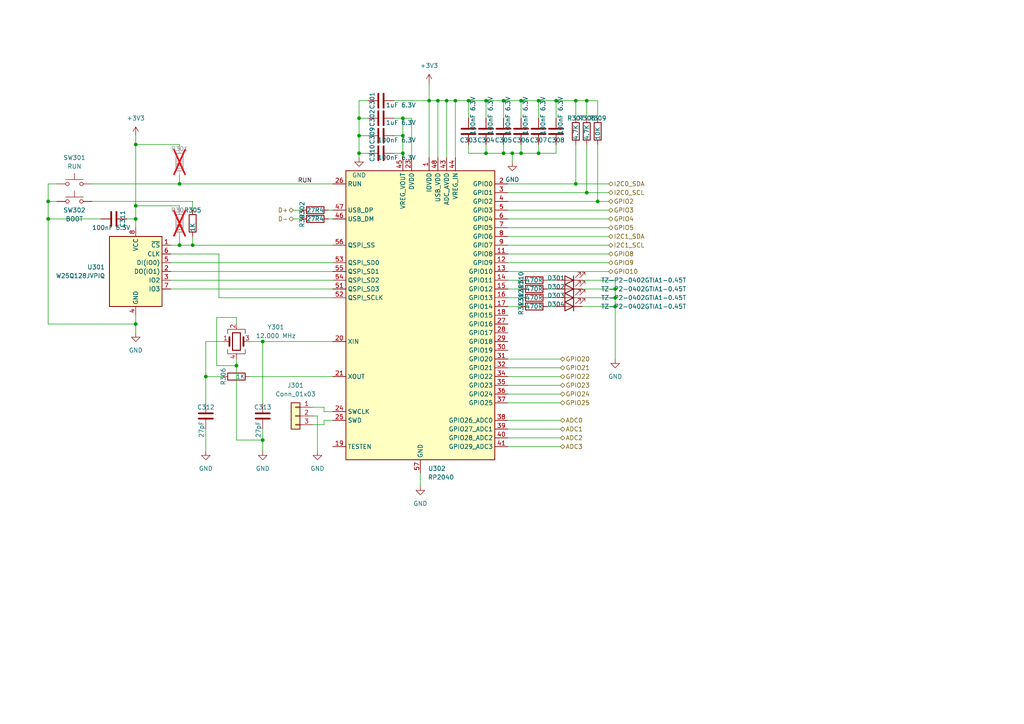
<source format=kicad_sch>
(kicad_sch (version 20230121) (generator eeschema)
  (paper "A4")
  (lib_symbols
    (symbol "Connector_Generic:Conn_01x03" (pin_names (offset 1.016) hide)
      (property "Reference" "J" (at 0 5.08 0))
      (property "Value" "Conn_01x03" (at 0 -5.08 0))
      (symbol "Conn_01x03_1_1"
        (rectangle (start -1.27 -2.413) (end 0 -2.667) (stroke (width 0.1524)))
        (rectangle (start -1.27 0.127) (end 0 -0.127) (stroke (width 0.1524)))
        (rectangle (start -1.27 2.667) (end 0 2.413) (stroke (width 0.1524)))
        (rectangle (start -1.27 3.81) (end 1.27 -3.81) (stroke (width 0.254)) (fill (type background)))
        (pin passive line (at -5.08 2.54 0) (length 3.81) (name "Pin_1") (number "1"))
        (pin passive line (at -5.08 0 0) (length 3.81) (name "Pin_2") (number "2"))
        (pin passive line (at -5.08 -2.54 0) (length 3.81) (name "Pin_3") (number "3"))
      )
    )
    (symbol "Device:C" (pin_numbers hide) (pin_names (offset 0.254))
      (property "Reference" "C" (at 0.635 2.54 0))
      (property "Value" "C" (at 0.635 -2.54 0))
      (symbol "C_0_1"
        (polyline (pts (xy -2.032 -0.762) (xy 2.032 -0.762)) (stroke (width 0.508)))
        (polyline (pts (xy -2.032 0.762) (xy 2.032 0.762)) (stroke (width 0.508)))
      )
      (symbol "C_1_1"
        (pin passive line (at 0 3.81 270) (length 2.794) (name "~") (number "1"))
        (pin passive line (at 0 -3.81 90) (length 2.794) (name "~") (number "2"))
      )
    )
    (symbol "Device:Crystal_GND24" (pin_names (offset 1.016) hide)
      (property "Reference" "Y" (at 3.175 5.08 0))
      (property "Value" "Crystal_GND24" (at 3.175 3.175 0))
      (symbol "Crystal_GND24_0_1"
        (rectangle (start -1.143 2.54) (end 1.143 -2.54) (stroke (width 0.3048)))
        (polyline (pts (xy -2.54 0) (xy -2.032 0)))
        (polyline (pts (xy -2.032 -1.27) (xy -2.032 1.27)) (stroke (width 0.508)))
        (polyline (pts (xy 0 -3.81) (xy 0 -3.556)))
        (polyline (pts (xy 0 3.556) (xy 0 3.81)))
        (polyline (pts (xy 2.032 -1.27) (xy 2.032 1.27)) (stroke (width 0.508)))
        (polyline (pts (xy 2.032 0) (xy 2.54 0)))
        (polyline (pts (xy -2.54 -2.286) (xy -2.54 -3.556) (xy 2.54 -3.556) (xy 2.54 -2.286)))
        (polyline (pts (xy -2.54 2.286) (xy -2.54 3.556) (xy 2.54 3.556) (xy 2.54 2.286)))
      )
      (symbol "Crystal_GND24_1_1"
        (pin passive line (at -3.81 0 0) (length 1.27) (name "1") (number "1"))
        (pin passive line (at 0 5.08 270) (length 1.27) (name "2") (number "2"))
        (pin passive line (at 3.81 0 180) (length 1.27) (name "3") (number "3"))
        (pin passive line (at 0 -5.08 90) (length 1.27) (name "4") (number "4"))
      )
    )
    (symbol "Device:LED" (pin_numbers hide) (pin_names (offset 1.016) hide)
      (property "Reference" "D" (at 0 2.54 0))
      (property "Value" "LED" (at 0 -2.54 0))
      (symbol "LED_0_1"
        (polyline (pts (xy -1.27 -1.27) (xy -1.27 1.27)) (stroke (width 0.254)))
        (polyline (pts (xy -1.27 0) (xy 1.27 0)))
        (polyline (pts (xy 1.27 -1.27) (xy 1.27 1.27) (xy -1.27 0) (xy 1.27 -1.27)) (stroke (width 0.254)))
        (polyline (pts (xy -3.048 -0.762) (xy -4.572 -2.286) (xy -3.81 -2.286) (xy -4.572 -2.286) (xy -4.572 -1.524)))
        (polyline (pts (xy -1.778 -0.762) (xy -3.302 -2.286) (xy -2.54 -2.286) (xy -3.302 -2.286) (xy -3.302 -1.524)))
      )
      (symbol "LED_1_1"
        (pin passive line (at -3.81 0 0) (length 2.54) (name "K") (number "1"))
        (pin passive line (at 3.81 0 180) (length 2.54) (name "A") (number "2"))
      )
    )
    (symbol "Device:R" (pin_numbers hide) (pin_names (offset 0))
      (property "Reference" "R" (at 2.032 0 90))
      (property "Value" "R" (at 0 0 90))
      (symbol "R_0_1"
        (rectangle (start -1.016 -2.54) (end 1.016 2.54) (stroke (width 0.254)))
      )
      (symbol "R_1_1"
        (pin passive line (at 0 3.81 270) (length 1.27) (name "~") (number "1"))
        (pin passive line (at 0 -3.81 90) (length 1.27) (name "~") (number "2"))
      )
    )
    (symbol "MCU_RaspberryPi:RP2040"
      (property "Reference" "U" (at 17.78 45.72 0))
      (property "Value" "RP2040" (at 17.78 43.18 0))
      (symbol "RP2040_0_1"
        (rectangle (start -21.59 41.91) (end 21.59 -41.91) (stroke (width 0.254)) (fill (type background)))
      )
      (symbol "RP2040_1_1"
        (pin power_in line (at 2.54 45.72 270) (length 3.81) (name "IOVDD") (number "1"))
        (pin passive line (at 2.54 45.72 270) (length 3.81) hide (name "IOVDD") (number "10"))
        (pin bidirectional line (at 25.4 17.78 180) (length 3.81) (name "GPIO8") (number "11"))
        (pin bidirectional line (at 25.4 15.24 180) (length 3.81) (name "GPIO9") (number "12"))
        (pin bidirectional line (at 25.4 12.7 180) (length 3.81) (name "GPIO10") (number "13"))
        (pin bidirectional line (at 25.4 10.16 180) (length 3.81) (name "GPIO11") (number "14"))
        (pin bidirectional line (at 25.4 7.62 180) (length 3.81) (name "GPIO12") (number "15"))
        (pin bidirectional line (at 25.4 5.08 180) (length 3.81) (name "GPIO13") (number "16"))
        (pin bidirectional line (at 25.4 2.54 180) (length 3.81) (name "GPIO14") (number "17"))
        (pin bidirectional line (at 25.4 0 180) (length 3.81) (name "GPIO15") (number "18"))
        (pin input line (at -25.4 -38.1 0) (length 3.81) (name "TESTEN") (number "19"))
        (pin bidirectional line (at 25.4 38.1 180) (length 3.81) (name "GPIO0") (number "2"))
        (pin input line (at -25.4 -7.62 0) (length 3.81) (name "XIN") (number "20"))
        (pin passive line (at -25.4 -17.78 0) (length 3.81) (name "XOUT") (number "21"))
        (pin passive line (at 2.54 45.72 270) (length 3.81) hide (name "IOVDD") (number "22"))
        (pin power_in line (at -2.54 45.72 270) (length 3.81) (name "DVDD") (number "23"))
        (pin input line (at -25.4 -27.94 0) (length 3.81) (name "SWCLK") (number "24"))
        (pin bidirectional line (at -25.4 -30.48 0) (length 3.81) (name "SWD") (number "25"))
        (pin input line (at -25.4 38.1 0) (length 3.81) (name "RUN") (number "26"))
        (pin bidirectional line (at 25.4 -2.54 180) (length 3.81) (name "GPIO16") (number "27"))
        (pin bidirectional line (at 25.4 -5.08 180) (length 3.81) (name "GPIO17") (number "28"))
        (pin bidirectional line (at 25.4 -7.62 180) (length 3.81) (name "GPIO18") (number "29"))
        (pin bidirectional line (at 25.4 35.56 180) (length 3.81) (name "GPIO1") (number "3"))
        (pin bidirectional line (at 25.4 -10.16 180) (length 3.81) (name "GPIO19") (number "30"))
        (pin bidirectional line (at 25.4 -12.7 180) (length 3.81) (name "GPIO20") (number "31"))
        (pin bidirectional line (at 25.4 -15.24 180) (length 3.81) (name "GPIO21") (number "32"))
        (pin passive line (at 2.54 45.72 270) (length 3.81) hide (name "IOVDD") (number "33"))
        (pin bidirectional line (at 25.4 -17.78 180) (length 3.81) (name "GPIO22") (number "34"))
        (pin bidirectional line (at 25.4 -20.32 180) (length 3.81) (name "GPIO23") (number "35"))
        (pin bidirectional line (at 25.4 -22.86 180) (length 3.81) (name "GPIO24") (number "36"))
        (pin bidirectional line (at 25.4 -25.4 180) (length 3.81) (name "GPIO25") (number "37"))
        (pin bidirectional line (at 25.4 -30.48 180) (length 3.81) (name "GPIO26_ADC0") (number "38"))
        (pin bidirectional line (at 25.4 -33.02 180) (length 3.81) (name "GPIO27_ADC1") (number "39"))
        (pin bidirectional line (at 25.4 33.02 180) (length 3.81) (name "GPIO2") (number "4"))
        (pin bidirectional line (at 25.4 -35.56 180) (length 3.81) (name "GPIO28_ADC2") (number "40"))
        (pin bidirectional line (at 25.4 -38.1 180) (length 3.81) (name "GPIO29_ADC3") (number "41"))
        (pin passive line (at 2.54 45.72 270) (length 3.81) hide (name "IOVDD") (number "42"))
        (pin power_in line (at 7.62 45.72 270) (length 3.81) (name "ADC_AVDD") (number "43"))
        (pin power_in line (at 10.16 45.72 270) (length 3.81) (name "VREG_IN") (number "44"))
        (pin power_out line (at -5.08 45.72 270) (length 3.81) (name "VREG_VOUT") (number "45"))
        (pin bidirectional line (at -25.4 27.94 0) (length 3.81) (name "USB_DM") (number "46"))
        (pin bidirectional line (at -25.4 30.48 0) (length 3.81) (name "USB_DP") (number "47"))
        (pin power_in line (at 5.08 45.72 270) (length 3.81) (name "USB_VDD") (number "48"))
        (pin passive line (at 2.54 45.72 270) (length 3.81) hide (name "IOVDD") (number "49"))
        (pin bidirectional line (at 25.4 30.48 180) (length 3.81) (name "GPIO3") (number "5"))
        (pin passive line (at -2.54 45.72 270) (length 3.81) hide (name "DVDD") (number "50"))
        (pin bidirectional line (at -25.4 7.62 0) (length 3.81) (name "QSPI_SD3") (number "51"))
        (pin output line (at -25.4 5.08 0) (length 3.81) (name "QSPI_SCLK") (number "52"))
        (pin bidirectional line (at -25.4 15.24 0) (length 3.81) (name "QSPI_SD0") (number "53"))
        (pin bidirectional line (at -25.4 10.16 0) (length 3.81) (name "QSPI_SD2") (number "54"))
        (pin bidirectional line (at -25.4 12.7 0) (length 3.81) (name "QSPI_SD1") (number "55"))
        (pin bidirectional line (at -25.4 20.32 0) (length 3.81) (name "QSPI_SS") (number "56"))
        (pin power_in line (at 0 -45.72 90) (length 3.81) (name "GND") (number "57"))
        (pin bidirectional line (at 25.4 27.94 180) (length 3.81) (name "GPIO4") (number "6"))
        (pin bidirectional line (at 25.4 25.4 180) (length 3.81) (name "GPIO5") (number "7"))
        (pin bidirectional line (at 25.4 22.86 180) (length 3.81) (name "GPIO6") (number "8"))
        (pin bidirectional line (at 25.4 20.32 180) (length 3.81) (name "GPIO7") (number "9"))
      )
    )
    (symbol "Memory_Flash:W25Q128JVS"
      (property "Reference" "U" (at -8.89 8.89 0))
      (property "Value" "W25Q128JVS" (at 7.62 8.89 0))
      (symbol "W25Q128JVS_0_1"
        (rectangle (start -7.62 10.16) (end 7.62 -10.16) (stroke (width 0.254)) (fill (type background)))
      )
      (symbol "W25Q128JVS_1_1"
        (pin input line (at -10.16 7.62 0) (length 2.54) (name "~{CS}") (number "1"))
        (pin bidirectional line (at -10.16 0 0) (length 2.54) (name "DO(IO1)") (number "2"))
        (pin bidirectional line (at -10.16 -2.54 0) (length 2.54) (name "IO2") (number "3"))
        (pin power_in line (at 0 -12.7 90) (length 2.54) (name "GND") (number "4"))
        (pin bidirectional line (at -10.16 2.54 0) (length 2.54) (name "DI(IO0)") (number "5"))
        (pin input line (at -10.16 5.08 0) (length 2.54) (name "CLK") (number "6"))
        (pin bidirectional line (at -10.16 -5.08 0) (length 2.54) (name "IO3") (number "7"))
        (pin power_in line (at 0 12.7 270) (length 2.54) (name "VCC") (number "8"))
      )
    )
    (symbol "Switch:SW_Push" (pin_numbers hide) (pin_names (offset 1.016) hide)
      (property "Reference" "SW" (at 1.27 2.54 0))
      (property "Value" "SW_Push" (at 0 -1.524 0))
      (symbol "SW_Push_0_1"
        (circle (center -2.032 0) (radius 0.508))
        (polyline (pts (xy 0 1.27) (xy 0 3.048)))
        (polyline (pts (xy 2.54 1.27) (xy -2.54 1.27)))
        (circle (center 2.032 0) (radius 0.508))
        (pin passive line (at -5.08 0 0) (length 2.54) (name "1") (number "1"))
        (pin passive line (at 5.08 0 180) (length 2.54) (name "2") (number "2"))
      )
    )
    (symbol "power:+3V3" (power) (pin_names (offset 0))
      (property "Value" "+3V3" (at 0 3.556 0))
      (symbol "+3V3_0_1"
        (polyline (pts (xy -0.762 1.27) (xy 0 2.54)))
        (polyline (pts (xy 0 0) (xy 0 2.54)))
        (polyline (pts (xy 0 2.54) (xy 0.762 1.27)))
      )
      (symbol "+3V3_1_1"
        (pin power_in line (at 0 0 90) (length 0) hide (name "+3V3") (number "1"))
      )
    )
    (symbol "power:GND" (power) (pin_names (offset 0))
      (property "Value" "GND" (at 0 -3.81 0))
      (symbol "GND_0_1"
        (polyline (pts (xy 0 0) (xy 0 -1.27) (xy 1.27 -1.27) (xy 0 -2.54) (xy -1.27 -1.27) (xy 0 -1.27)))
      )
      (symbol "GND_1_1"
        (pin power_in line (at 0 0 270) (length 0) hide (name "GND") (number "1"))
      )
    )
  )
  (junction (at 13.97 58.42))
  (junction (at 156.21 29.21))
  (junction (at 116.84 34.29))
  (junction (at 146.05 29.21))
  (junction (at 140.97 44.45))
  (junction (at 167.005 53.34))
  (junction (at 116.84 44.45))
  (junction (at 52.07 71.12))
  (junction (at 59.69 109.22))
  (junction (at 132.08 29.21))
  (junction (at 129.54 29.21))
  (junction (at 116.84 39.37))
  (junction (at 39.37 93.98))
  (junction (at 76.2 127.635))
  (junction (at 178.435 86.36))
  (junction (at 104.14 44.45))
  (junction (at 148.59 44.45))
  (junction (at 178.435 88.9))
  (junction (at 55.88 71.12))
  (junction (at 68.58 106.045))
  (junction (at 124.46 29.21))
  (junction (at 140.97 29.21))
  (junction (at 170.18 29.21))
  (junction (at 156.21 44.45))
  (junction (at 13.97 63.5))
  (junction (at 104.14 34.29))
  (junction (at 151.13 44.45))
  (junction (at 39.37 59.69))
  (junction (at 151.13 29.21))
  (junction (at 76.2 99.06))
  (junction (at 167.005 29.21))
  (junction (at 39.37 41.91))
  (junction (at 127 29.21))
  (junction (at 52.07 53.34))
  (junction (at 135.89 29.21))
  (junction (at 146.05 44.45))
  (junction (at 178.435 83.82))
  (junction (at 170.18 55.88))
  (junction (at 104.14 39.37))
  (junction (at 39.37 63.5))
  (junction (at 173.355 58.42))
  (junction (at 161.29 29.21))
  (wire (pts (xy 140.97 29.21) (xy 146.05 29.21)))
  (wire (pts (xy 104.14 34.29) (xy 104.14 39.37)))
  (wire (pts (xy 129.54 29.21) (xy 127 29.21)))
  (wire (pts (xy 59.69 124.46) (xy 59.69 130.81)))
  (wire (pts (xy 168.91 81.28) (xy 178.435 81.28)))
  (wire (pts (xy 132.08 29.21) (xy 129.54 29.21)))
  (wire (pts (xy 55.88 71.12) (xy 96.52 71.12)))
  (wire (pts (xy 147.32 53.34) (xy 167.005 53.34)))
  (wire (pts (xy 52.07 60.96) (xy 52.07 59.69)))
  (wire (pts (xy 158.75 81.28) (xy 161.29 81.28)))
  (wire (pts (xy 147.32 129.54) (xy 162.56 129.54)))
  (wire (pts (xy 178.435 88.9) (xy 178.435 104.14)))
  (wire (pts (xy 116.84 44.45) (xy 116.84 39.37)))
  (wire (pts (xy 151.13 41.91) (xy 151.13 44.45)))
  (wire (pts (xy 52.07 59.69) (xy 39.37 59.69)))
  (wire (pts (xy 63.5 86.36) (xy 96.52 86.36)))
  (wire (pts (xy 146.05 44.45) (xy 148.59 44.45)))
  (wire (pts (xy 93.98 123.19) (xy 90.805 123.19)))
  (wire (pts (xy 170.18 34.29) (xy 170.18 29.21)))
  (wire (pts (xy 116.84 45.72) (xy 116.84 44.45)))
  (wire (pts (xy 85.09 60.96) (xy 87.63 60.96)))
  (wire (pts (xy 104.14 29.21) (xy 104.14 34.29)))
  (wire (pts (xy 178.435 86.36) (xy 178.435 88.9)))
  (wire (pts (xy 147.32 78.74) (xy 176.53 78.74)))
  (wire (pts (xy 121.92 137.16) (xy 121.92 140.97)))
  (wire (pts (xy 147.32 73.66) (xy 176.53 73.66)))
  (wire (pts (xy 161.29 44.45) (xy 161.29 41.91)))
  (wire (pts (xy 173.355 58.42) (xy 176.53 58.42)))
  (wire (pts (xy 146.05 29.21) (xy 151.13 29.21)))
  (wire (pts (xy 93.98 118.11) (xy 93.98 119.38)))
  (wire (pts (xy 124.46 24.13) (xy 124.46 29.21)))
  (wire (pts (xy 156.21 29.21) (xy 156.21 34.29)))
  (wire (pts (xy 59.69 109.22) (xy 59.69 116.84)))
  (wire (pts (xy 147.32 76.2) (xy 176.53 76.2)))
  (wire (pts (xy 173.355 29.21) (xy 170.18 29.21)))
  (wire (pts (xy 147.32 60.96) (xy 176.53 60.96)))
  (wire (pts (xy 68.58 104.14) (xy 68.58 106.045)))
  (wire (pts (xy 135.89 41.91) (xy 135.89 44.45)))
  (wire (pts (xy 147.32 116.84) (xy 162.56 116.84)))
  (wire (pts (xy 96.52 121.92) (xy 93.98 121.92)))
  (wire (pts (xy 161.29 29.21) (xy 161.29 34.29)))
  (wire (pts (xy 49.53 71.12) (xy 52.07 71.12)))
  (wire (pts (xy 147.32 71.12) (xy 176.53 71.12)))
  (wire (pts (xy 52.07 53.34) (xy 96.52 53.34)))
  (wire (pts (xy 68.58 106.045) (xy 68.58 127.635)))
  (wire (pts (xy 63.5 73.66) (xy 63.5 86.36)))
  (wire (pts (xy 55.88 68.58) (xy 55.88 71.12)))
  (wire (pts (xy 147.32 63.5) (xy 176.53 63.5)))
  (wire (pts (xy 114.3 39.37) (xy 116.84 39.37)))
  (wire (pts (xy 49.53 76.2) (xy 96.52 76.2)))
  (wire (pts (xy 140.97 41.91) (xy 140.97 44.45)))
  (wire (pts (xy 39.37 41.91) (xy 39.37 59.69)))
  (wire (pts (xy 147.32 88.9) (xy 151.13 88.9)))
  (wire (pts (xy 85.09 63.5) (xy 87.63 63.5)))
  (wire (pts (xy 148.59 44.45) (xy 151.13 44.45)))
  (wire (pts (xy 90.805 118.11) (xy 93.98 118.11)))
  (wire (pts (xy 147.32 81.28) (xy 151.13 81.28)))
  (wire (pts (xy 167.005 34.29) (xy 167.005 29.21)))
  (wire (pts (xy 104.14 44.45) (xy 104.14 45.72)))
  (wire (pts (xy 146.05 29.21) (xy 146.05 34.29)))
  (wire (pts (xy 129.54 29.21) (xy 129.54 45.72)))
  (wire (pts (xy 147.32 114.3) (xy 162.56 114.3)))
  (wire (pts (xy 62.865 106.045) (xy 68.58 106.045)))
  (wire (pts (xy 52.07 68.58) (xy 52.07 71.12)))
  (wire (pts (xy 147.32 109.22) (xy 162.56 109.22)))
  (wire (pts (xy 168.91 88.9) (xy 178.435 88.9)))
  (wire (pts (xy 173.355 41.91) (xy 173.355 58.42)))
  (wire (pts (xy 93.98 119.38) (xy 96.52 119.38)))
  (wire (pts (xy 76.2 127.635) (xy 76.2 130.81)))
  (wire (pts (xy 116.84 39.37) (xy 116.84 34.29)))
  (wire (pts (xy 106.68 29.21) (xy 104.14 29.21)))
  (wire (pts (xy 135.89 29.21) (xy 140.97 29.21)))
  (wire (pts (xy 156.21 44.45) (xy 161.29 44.45)))
  (wire (pts (xy 52.07 43.18) (xy 52.07 41.91)))
  (wire (pts (xy 156.21 29.21) (xy 161.29 29.21)))
  (wire (pts (xy 26.67 53.34) (xy 52.07 53.34)))
  (wire (pts (xy 167.005 53.34) (xy 176.53 53.34)))
  (wire (pts (xy 52.07 50.8) (xy 52.07 53.34)))
  (wire (pts (xy 64.77 109.22) (xy 59.69 109.22)))
  (wire (pts (xy 146.05 41.91) (xy 146.05 44.45)))
  (wire (pts (xy 151.13 44.45) (xy 156.21 44.45)))
  (wire (pts (xy 13.97 58.42) (xy 16.51 58.42)))
  (wire (pts (xy 52.07 71.12) (xy 55.88 71.12)))
  (wire (pts (xy 178.435 81.28) (xy 178.435 83.82)))
  (wire (pts (xy 13.97 93.98) (xy 39.37 93.98)))
  (wire (pts (xy 68.58 127.635) (xy 76.2 127.635)))
  (wire (pts (xy 167.005 41.91) (xy 167.005 53.34)))
  (wire (pts (xy 147.32 106.68) (xy 162.56 106.68)))
  (wire (pts (xy 135.89 29.21) (xy 135.89 34.29)))
  (wire (pts (xy 68.58 92.075) (xy 62.865 92.075)))
  (wire (pts (xy 39.37 59.69) (xy 39.37 63.5)))
  (wire (pts (xy 49.53 83.82) (xy 96.52 83.82)))
  (wire (pts (xy 49.53 73.66) (xy 63.5 73.66)))
  (wire (pts (xy 132.08 45.72) (xy 132.08 29.21)))
  (wire (pts (xy 147.32 127) (xy 162.56 127)))
  (wire (pts (xy 26.67 58.42) (xy 55.88 58.42)))
  (wire (pts (xy 147.32 58.42) (xy 173.355 58.42)))
  (wire (pts (xy 168.91 83.82) (xy 178.435 83.82)))
  (wire (pts (xy 178.435 83.82) (xy 178.435 86.36)))
  (wire (pts (xy 92.075 120.65) (xy 92.075 130.81)))
  (wire (pts (xy 147.32 66.04) (xy 176.53 66.04)))
  (wire (pts (xy 90.805 120.65) (xy 92.075 120.65)))
  (wire (pts (xy 39.37 63.5) (xy 39.37 66.04)))
  (wire (pts (xy 170.18 29.21) (xy 167.005 29.21)))
  (wire (pts (xy 147.32 121.92) (xy 162.56 121.92)))
  (wire (pts (xy 124.46 29.21) (xy 124.46 45.72)))
  (wire (pts (xy 135.89 44.45) (xy 140.97 44.45)))
  (wire (pts (xy 49.53 78.74) (xy 96.52 78.74)))
  (wire (pts (xy 39.37 39.37) (xy 39.37 41.91)))
  (wire (pts (xy 95.25 60.96) (xy 96.52 60.96)))
  (wire (pts (xy 52.07 41.91) (xy 39.37 41.91)))
  (wire (pts (xy 95.25 63.5) (xy 96.52 63.5)))
  (wire (pts (xy 132.08 29.21) (xy 135.89 29.21)))
  (wire (pts (xy 49.53 81.28) (xy 96.52 81.28)))
  (wire (pts (xy 147.32 124.46) (xy 162.56 124.46)))
  (wire (pts (xy 72.39 99.06) (xy 76.2 99.06)))
  (wire (pts (xy 72.39 109.22) (xy 96.52 109.22)))
  (wire (pts (xy 13.97 58.42) (xy 13.97 63.5)))
  (wire (pts (xy 156.21 41.91) (xy 156.21 44.45)))
  (wire (pts (xy 147.32 55.88) (xy 170.18 55.88)))
  (wire (pts (xy 104.14 34.29) (xy 106.68 34.29)))
  (wire (pts (xy 62.865 92.075) (xy 62.865 106.045)))
  (wire (pts (xy 114.3 34.29) (xy 116.84 34.29)))
  (wire (pts (xy 147.32 86.36) (xy 151.13 86.36)))
  (wire (pts (xy 158.75 86.36) (xy 161.29 86.36)))
  (wire (pts (xy 104.14 44.45) (xy 106.68 44.45)))
  (wire (pts (xy 148.59 44.45) (xy 148.59 46.99)))
  (wire (pts (xy 147.32 104.14) (xy 162.56 104.14)))
  (wire (pts (xy 59.69 99.06) (xy 64.77 99.06)))
  (wire (pts (xy 76.2 99.06) (xy 76.2 116.84)))
  (wire (pts (xy 55.88 58.42) (xy 55.88 60.96)))
  (wire (pts (xy 140.97 29.21) (xy 140.97 34.29)))
  (wire (pts (xy 147.32 83.82) (xy 151.13 83.82)))
  (wire (pts (xy 170.18 55.88) (xy 176.53 55.88)))
  (wire (pts (xy 119.38 34.29) (xy 119.38 45.72)))
  (wire (pts (xy 127 29.21) (xy 127 45.72)))
  (wire (pts (xy 39.37 91.44) (xy 39.37 93.98)))
  (wire (pts (xy 59.69 109.22) (xy 59.69 99.06)))
  (wire (pts (xy 168.91 86.36) (xy 178.435 86.36)))
  (wire (pts (xy 158.75 88.9) (xy 161.29 88.9)))
  (wire (pts (xy 104.14 39.37) (xy 104.14 44.45)))
  (wire (pts (xy 167.005 29.21) (xy 161.29 29.21)))
  (wire (pts (xy 147.32 68.58) (xy 176.53 68.58)))
  (wire (pts (xy 68.58 93.98) (xy 68.58 92.075)))
  (wire (pts (xy 13.97 53.34) (xy 13.97 58.42)))
  (wire (pts (xy 127 29.21) (xy 124.46 29.21)))
  (wire (pts (xy 93.98 121.92) (xy 93.98 123.19)))
  (wire (pts (xy 151.13 29.21) (xy 156.21 29.21)))
  (wire (pts (xy 158.75 83.82) (xy 161.29 83.82)))
  (wire (pts (xy 114.3 29.21) (xy 124.46 29.21)))
  (wire (pts (xy 114.3 44.45) (xy 116.84 44.45)))
  (wire (pts (xy 76.2 124.46) (xy 76.2 127.635)))
  (wire (pts (xy 16.51 53.34) (xy 13.97 53.34)))
  (wire (pts (xy 116.84 34.29) (xy 119.38 34.29)))
  (wire (pts (xy 39.37 93.98) (xy 39.37 96.52)))
  (wire (pts (xy 151.13 29.21) (xy 151.13 34.29)))
  (wire (pts (xy 170.18 41.91) (xy 170.18 55.88)))
  (wire (pts (xy 36.83 63.5) (xy 39.37 63.5)))
  (wire (pts (xy 140.97 44.45) (xy 146.05 44.45)))
  (wire (pts (xy 173.355 34.29) (xy 173.355 29.21)))
  (wire (pts (xy 13.97 63.5) (xy 29.21 63.5)))
  (wire (pts (xy 13.97 63.5) (xy 13.97 93.98)))
  (wire (pts (xy 104.14 39.37) (xy 106.68 39.37)))
  (wire (pts (xy 147.32 111.76) (xy 162.56 111.76)))
  (wire (pts (xy 76.2 99.06) (xy 96.52 99.06)))
  (label "RUN" (at 86.36 53.34 0))
  (hierarchical_label "GPIO10" (shape bidirectional) (at 176.53 78.74 0))
  (hierarchical_label "GPIO4" (shape bidirectional) (at 176.53 63.5 0))
  (hierarchical_label "I2C1_SDA" (shape bidirectional) (at 176.53 68.58 0))
  (hierarchical_label "I2C0_SDA" (shape bidirectional) (at 176.53 53.34 0))
  (hierarchical_label "ADC1" (shape bidirectional) (at 162.56 124.46 0))
  (hierarchical_label "GPIO24" (shape bidirectional) (at 162.56 114.3 0))
  (hierarchical_label "GPIO20" (shape bidirectional) (at 162.56 104.14 0))
  (hierarchical_label "I2C1_SCL" (shape bidirectional) (at 176.53 71.12 0))
  (hierarchical_label "GPIO22" (shape bidirectional) (at 162.56 109.22 0))
  (hierarchical_label "ADC3" (shape bidirectional) (at 162.56 129.54 0))
  (hierarchical_label "ADC0" (shape bidirectional) (at 162.56 121.92 0))
  (hierarchical_label "GPIO21" (shape bidirectional) (at 162.56 106.68 0))
  (hierarchical_label "GPIO8" (shape bidirectional) (at 176.53 73.66 0))
  (hierarchical_label "ADC2" (shape bidirectional) (at 162.56 127 0))
  (hierarchical_label "D+" (shape bidirectional) (at 85.09 60.96 180))
  (hierarchical_label "GPIO23" (shape bidirectional) (at 162.56 111.76 0))
  (hierarchical_label "GPIO25" (shape bidirectional) (at 162.56 116.84 0))
  (hierarchical_label "GPIO2" (shape bidirectional) (at 176.53 58.42 0))
  (hierarchical_label "GPIO9" (shape bidirectional) (at 176.53 76.2 0))
  (hierarchical_label "GPIO5" (shape bidirectional) (at 176.53 66.04 0))
  (hierarchical_label "I2C0_SCL" (shape bidirectional) (at 176.53 55.88 0))
  (hierarchical_label "GPIO3" (shape bidirectional) (at 176.53 60.96 0))
  (hierarchical_label "D-" (shape bidirectional) (at 85.09 63.5 180))
  (symbol (lib_id "Device:R") (at 154.94 81.28 90) (unit 1)
    (property "Reference" "R3" (at 151.13 83.82 0) (effects (justify left)))
    (property "Value" "470R" (at 157.48 81.28 90) (effects (justify left)))
    (property "Footprint" "Resistor_SMD:R_0201_0603Metric" (effects hide))
    (instances (project "USB-C-FUSB302-PI" (path "" (reference "R310") (unit 1))) (project "usb-c-rp2040" (path "" (reference "R3") (unit 1)) (path "" (reference "R25") (unit 1))))
  )
  (symbol (lib_id "Device:R") (at 154.94 83.82 90) (unit 1)
    (property "Reference" "R3" (at 151.13 86.36 0) (effects (justify left)))
    (property "Value" "470R" (at 157.48 83.82 90) (effects (justify left)))
    (property "Footprint" "Resistor_SMD:R_0201_0603Metric" (effects hide))
    (instances (project "USB-C-FUSB302-PI" (path "" (reference "R311") (unit 1))) (project "usb-c-rp2040" (path "" (reference "R3") (unit 1)) (path "" (reference "R25") (unit 1))))
  )
  (symbol (lib_id "Device:R") (at 167.005 38.1 0) (unit 1)
    (property "Reference" "R3" (at 164.465 34.29 0) (effects (justify left)))
    (property "Value" "4.7K" (at 167.005 40.64 90) (effects (justify left)))
    (property "Footprint" "Resistor_SMD:R_0201_0603Metric" (effects hide))
    (instances (project "USB-C-FUSB302-PI" (path "" (reference "R307") (unit 1))) (project "usb-c-rp2040" (path "" (reference "R3") (unit 1)) (path "" (reference "R24") (unit 1))))
  )
  (symbol (lib_id "Device:R") (at 91.44 60.96 90) (unit 1)
    (property "Reference" "R3" (at 87.63 63.5 0) (effects (justify left)))
    (property "Value" "27R4" (at 93.98 60.96 90) (effects (justify left)))
    (property "Footprint" "Resistor_SMD:R_0201_0603Metric" (effects hide))
    (instances (project "USB-C-FUSB302-PI" (path "" (reference "R302") (unit 1))) (project "usb-c-rp2040" (path "" (reference "R3") (unit 1)) (path "" (reference "R8") (unit 1))))
  )
  (symbol (lib_id "Switch:SW_Push") (at 21.59 58.42 0) (unit 1)
    (property "Reference" "SW1" (at 21.59 60.96 0))
    (property "Value" "BOOT" (at 21.59 63.5 0))
    (property "Footprint" "Button_Switch_SMD:SW_SPST_Panasonic_EVQPL_3PL_5PL_PT_A15" (effects hide))
    (property "Part" "EVQPLDA15" (effects hide))
    (instances (project "USB-C-FUSB302-PI" (path "" (reference "SW302") (unit 1))) (project "usb-c-rp2040" (path "" (reference "SW1") (unit 1))))
  )
  (symbol (lib_id "Device:C") (at 156.21 38.1 180) (unit 1)
    (property "Reference" "C11" (at 158.75 40.64 0) (effects (justify left)))
    (property "Value" "100nF 6.3V" (at 157.48 27.94 90) (effects (justify left)))
    (property "Footprint" "Capacitor_SMD:C_0201_0603Metric" (effects hide))
    (instances (project "USB-C-FUSB302-PI" (path "" (reference "C307") (unit 1))) (project "usb-c-rp2040" (path "" (reference "C11") (unit 1)) (path "" (reference "C30") (unit 1))))
  )
  (symbol (lib_id "Device:R") (at 154.94 86.36 90) (unit 1)
    (property "Reference" "R3" (at 151.13 88.9 0) (effects (justify left)))
    (property "Value" "470R" (at 157.48 86.36 90) (effects (justify left)))
    (property "Footprint" "Resistor_SMD:R_0201_0603Metric" (effects hide))
    (instances (project "USB-C-FUSB302-PI" (path "" (reference "R312") (unit 1))) (project "usb-c-rp2040" (path "" (reference "R3") (unit 1)) (path "" (reference "R25") (unit 1))))
  )
  (symbol (lib_id "Device:LED") (at 165.1 86.36 180) (unit 1)
    (property "Reference" "D303" (at 161.29 85.725 0))
    (property "Value" "TZ-P2-0402GTIA1-0.45T" (at 186.69 86.36 0))
    (property "Footprint" "LED_SMD:LED_0402_1005Metric" (effects hide))
  )
  (symbol (lib_id "power:GND") (at 59.69 130.81 0) (unit 1)
    (property "Reference" "#PWR027" (effects hide))
    (property "Value" "GND" (at 59.69 135.89 0))
    (instances (project "USB-C-FUSB302-PI" (path "" (reference "#PWR0306") (unit 1))) (project "usb-c-rp2040" (path "" (reference "#PWR027") (unit 1))))
  )
  (symbol (lib_id "Device:C") (at 110.49 44.45 90) (unit 1)
    (property "Reference" "C11" (at 107.95 46.99 0) (effects (justify left)))
    (property "Value" "100nF 6.3V" (at 120.65 45.72 90) (effects (justify left)))
    (property "Footprint" "Capacitor_SMD:C_0201_0603Metric" (effects hide))
    (instances (project "USB-C-FUSB302-PI" (path "" (reference "C310") (unit 1))) (project "usb-c-rp2040" (path "" (reference "C11") (unit 1)) (path "" (reference "C25") (unit 1))))
  )
  (symbol (lib_id "Device:C") (at 161.29 38.1 180) (unit 1)
    (property "Reference" "C11" (at 163.83 40.64 0) (effects (justify left)))
    (property "Value" "100nF 6.3V" (at 162.56 27.94 90) (effects (justify left)))
    (property "Footprint" "Capacitor_SMD:C_0201_0603Metric" (effects hide))
    (instances (project "USB-C-FUSB302-PI" (path "" (reference "C308") (unit 1))) (project "usb-c-rp2040" (path "" (reference "C11") (unit 1)) (path "" (reference "C31") (unit 1))))
  )
  (symbol (lib_id "power:+3V3") (at 124.46 24.13 0) (unit 1)
    (property "Reference" "#PWR09" (effects hide))
    (property "Value" "+3V3" (at 124.46 19.05 0))
    (instances (project "USB-C-FUSB302-PI" (path "" (reference "#PWR0301") (unit 1))) (project "usb-c-rp2040" (path "" (reference "#PWR09") (unit 1))))
  )
  (symbol (lib_id "Device:R") (at 173.355 38.1 0) (unit 1)
    (property "Reference" "R3" (at 170.815 34.29 0) (effects (justify left)))
    (property "Value" "10K" (at 173.355 40.64 90) (effects (justify left)))
    (property "Footprint" "Resistor_SMD:R_0201_0603Metric" (effects hide))
    (instances (project "USB-C-FUSB302-PI" (path "" (reference "R309") (unit 1))) (project "usb-c-rp2040" (path "" (reference "R3") (unit 1)) (path "" (reference "R24") (unit 1))))
  )
  (symbol (lib_id "Device:LED") (at 165.1 88.9 180) (unit 1)
    (property "Reference" "D304" (at 161.29 88.265 0))
    (property "Value" "TZ-P2-0402GTIA1-0.45T" (at 186.69 88.9 0))
    (property "Footprint" "LED_SMD:LED_0402_1005Metric" (effects hide))
  )
  (symbol (lib_id "Memory_Flash:W25Q128JVS") (at 39.37 78.74 0) (mirror y) (unit 1)
    (property "Reference" "U5" (at 30.48 77.47 0) (effects (justify left)))
    (property "Value" "W25Q128JVPIQ" (at 30.48 80.01 0) (effects (justify left)))
    (property "Footprint" "Package_SON:WSON-8-1EP_6x5mm_P1.27mm_EP3.4x4.3mm" (effects hide))
    (property "Datasheet" "http://www.winbond.com/resource-files/w25q128jv_dtr%20revc%2003272018%20plus.pdf" (effects hide))
    (instances (project "USB-C-FUSB302-PI" (path "" (reference "U301") (unit 1))) (project "usb-c-rp2040" (path "" (reference "U5") (unit 1))))
  )
  (symbol (lib_id "Device:C") (at 110.49 39.37 90) (unit 1)
    (property "Reference" "C11" (at 107.95 41.91 0) (effects (justify left)))
    (property "Value" "100nF 6.3V" (at 120.65 40.64 90) (effects (justify left)))
    (property "Footprint" "Capacitor_SMD:C_0201_0603Metric" (effects hide))
    (instances (project "USB-C-FUSB302-PI" (path "" (reference "C309") (unit 1))) (project "usb-c-rp2040" (path "" (reference "C11") (unit 1)) (path "" (reference "C24") (unit 1))))
  )
  (symbol (lib_id "Device:LED") (at 165.1 81.28 180) (unit 1)
    (property "Reference" "D301" (at 161.29 80.645 0))
    (property "Value" "TZ-P2-0402GTIA1-0.45T" (at 186.69 81.28 0))
    (property "Footprint" "LED_SMD:LED_0402_1005Metric" (effects hide))
  )
  (symbol (lib_id "Device:R") (at 91.44 63.5 90) (unit 1)
    (property "Reference" "R3" (at 87.63 66.04 0) (effects (justify left)))
    (property "Value" "27R4" (at 93.98 63.5 90) (effects (justify left)))
    (property "Footprint" "Resistor_SMD:R_0201_0603Metric" (effects hide))
    (instances (project "USB-C-FUSB302-PI" (path "" (reference "R303") (unit 1))) (project "usb-c-rp2040" (path "" (reference "R3") (unit 1)) (path "" (reference "R9") (unit 1))))
  )
  (symbol (lib_id "Device:R") (at 55.88 64.77 0) (unit 1)
    (property "Reference" "R3" (at 53.34 60.96 0) (effects (justify left)))
    (property "Value" "1K" (at 55.88 67.31 90) (effects (justify left)))
    (property "Footprint" "Resistor_SMD:R_0201_0603Metric" (effects hide))
    (instances (project "USB-C-FUSB302-PI" (path "" (reference "R305") (unit 1))) (project "usb-c-rp2040" (path "" (reference "R3") (unit 1)) (path "" (reference "R23") (unit 1))))
  )
  (symbol (lib_id "Device:R") (at 154.94 88.9 90) (unit 1)
    (property "Reference" "R3" (at 151.13 91.44 0) (effects (justify left)))
    (property "Value" "470R" (at 157.48 88.9 90) (effects (justify left)))
    (property "Footprint" "Resistor_SMD:R_0201_0603Metric" (effects hide))
    (instances (project "USB-C-FUSB302-PI" (path "" (reference "R313") (unit 1))) (project "usb-c-rp2040" (path "" (reference "R3") (unit 1)) (path "" (reference "R25") (unit 1))))
  )
  (symbol (lib_id "Device:R") (at 52.07 64.77 0) (unit 1) (dnp yes)
    (property "Reference" "R3" (at 49.53 60.96 0) (effects (justify left)))
    (property "Value" "10K" (at 52.07 67.31 90) (effects (justify left)))
    (property "Footprint" "Resistor_SMD:R_0201_0603Metric" (effects hide))
    (instances (project "USB-C-FUSB302-PI" (path "" (reference "R304") (unit 1))) (project "usb-c-rp2040" (path "" (reference "R3") (unit 1)) (path "" (reference "R22") (unit 1))))
  )
  (symbol (lib_id "power:GND") (at 39.37 96.52 0) (unit 1)
    (property "Reference" "#PWR026" (effects hide))
    (property "Value" "GND" (at 39.37 101.6 0))
    (instances (project "USB-C-FUSB302-PI" (path "" (reference "#PWR0305") (unit 1))) (project "usb-c-rp2040" (path "" (reference "#PWR026") (unit 1))))
  )
  (symbol (lib_id "power:GND") (at 121.92 140.97 0) (unit 1)
    (property "Reference" "#PWR010" (effects hide))
    (property "Value" "GND" (at 121.92 146.05 0))
    (instances (project "USB-C-FUSB302-PI" (path "" (reference "#PWR0308") (unit 1))) (project "usb-c-rp2040" (path "" (reference "#PWR010") (unit 1))))
  )
  (symbol (lib_id "Device:LED") (at 165.1 83.82 180) (unit 1)
    (property "Reference" "D302" (at 161.29 83.185 0))
    (property "Value" "TZ-P2-0402GTIA1-0.45T" (at 186.69 83.82 0))
    (property "Footprint" "LED_SMD:LED_0402_1005Metric" (effects hide))
  )
  (symbol (lib_id "power:GND") (at 178.435 104.14 0) (unit 1)
    (property "Reference" "#PWR012" (effects hide))
    (property "Value" "GND" (at 178.435 109.22 0))
    (instances (project "USB-C-FUSB302-PI" (path "" (reference "#PWR0309") (unit 1))) (project "usb-c-rp2040" (path "" (reference "#PWR012") (unit 1))))
  )
  (symbol (lib_id "MCU_RaspberryPi:RP2040") (at 121.92 91.44 0) (unit 1)
    (property "Reference" "U3" (at 124.1141 135.89 0) (effects (justify left)))
    (property "Value" "RP2040" (at 124.1141 138.43 0) (effects (justify left)))
    (property "Footprint" "Package_DFN_QFN:QFN-56-1EP_7x7mm_P0.4mm_EP3.2x3.2mm" (effects hide))
    (property "Datasheet" "https://datasheets.raspberrypi.com/rp2040/rp2040-datasheet.pdf" (effects hide))
    (instances (project "USB-C-FUSB302-PI" (path "" (reference "U302") (unit 1))) (project "usb-c-rp2040" (path "" (reference "U3") (unit 1))))
  )
  (symbol (lib_id "Device:C") (at 76.2 120.65 0) (unit 1)
    (property "Reference" "C11" (at 73.66 118.11 0) (effects (justify left)))
    (property "Value" "27pF" (at 74.93 127 90) (effects (justify left)))
    (property "Footprint" "Capacitor_SMD:C_0201_0603Metric" (effects hide))
    (instances (project "USB-C-FUSB302-PI" (path "" (reference "C313") (unit 1))) (project "usb-c-rp2040" (path "" (reference "C11") (unit 1)) (path "" (reference "C39") (unit 1))))
  )
  (symbol (lib_id "Device:C") (at 33.02 63.5 270) (unit 1)
    (property "Reference" "C11" (at 35.56 60.96 0) (effects (justify left)))
    (property "Value" "100nF 6.3V" (at 26.67 66.04 90) (effects (justify left)))
    (property "Footprint" "Capacitor_SMD:C_0201_0603Metric" (effects hide))
    (instances (project "USB-C-FUSB302-PI" (path "" (reference "C311") (unit 1))) (project "usb-c-rp2040" (path "" (reference "C11") (unit 1)) (path "" (reference "C37") (unit 1))))
  )
  (symbol (lib_id "Connector_Generic:Conn_01x03") (at 85.725 120.65 0) (mirror y) (unit 1)
    (property "Reference" "J301" (at 85.725 111.76 0))
    (property "Value" "Conn_01x03" (at 85.725 114.3 0))
    (property "Footprint" "Connector_PinHeader_2.54mm:PinHeader_1x03_P2.54mm_Vertical" (effects hide))
  )
  (symbol (lib_id "Device:C") (at 151.13 38.1 180) (unit 1)
    (property "Reference" "C11" (at 153.67 40.64 0) (effects (justify left)))
    (property "Value" "100nF 6.3V" (at 152.4 27.94 90) (effects (justify left)))
    (property "Footprint" "Capacitor_SMD:C_0201_0603Metric" (effects hide))
    (instances (project "USB-C-FUSB302-PI" (path "" (reference "C306") (unit 1))) (project "usb-c-rp2040" (path "" (reference "C11") (unit 1)) (path "" (reference "C29") (unit 1))))
  )
  (symbol (lib_id "Device:R") (at 170.18 38.1 0) (unit 1)
    (property "Reference" "R3" (at 167.64 34.29 0) (effects (justify left)))
    (property "Value" "4.7K" (at 170.18 40.64 90) (effects (justify left)))
    (property "Footprint" "Resistor_SMD:R_0201_0603Metric" (effects hide))
    (instances (project "USB-C-FUSB302-PI" (path "" (reference "R308") (unit 1))) (project "usb-c-rp2040" (path "" (reference "R3") (unit 1)) (path "" (reference "R24") (unit 1))))
  )
  (symbol (lib_id "Device:C") (at 110.49 29.21 90) (unit 1)
    (property "Reference" "C11" (at 107.95 31.75 0) (effects (justify left)))
    (property "Value" "1uF 6.3V" (at 120.65 30.48 90) (effects (justify left)))
    (property "Footprint" "Capacitor_SMD:C_0402_1005Metric" (effects hide))
    (instances (project "USB-C-FUSB302-PI" (path "" (reference "C301") (unit 1))) (project "usb-c-rp2040" (path "" (reference "C11") (unit 1)) (path "" (reference "C23") (unit 1))))
  )
  (symbol (lib_id "Device:R") (at 52.07 46.99 0) (unit 1) (dnp yes)
    (property "Reference" "R3" (at 49.53 43.18 0) (effects (justify left)))
    (property "Value" "10K" (at 52.07 49.53 90) (effects (justify left)))
    (property "Footprint" "Resistor_SMD:R_0201_0603Metric" (effects hide))
    (instances (project "USB-C-FUSB302-PI" (path "" (reference "R301") (unit 1))) (project "usb-c-rp2040" (path "" (reference "R3") (unit 1)) (path "" (reference "R24") (unit 1))))
  )
  (symbol (lib_id "power:GND") (at 76.2 130.81 0) (unit 1)
    (property "Reference" "#PWR028" (effects hide))
    (property "Value" "GND" (at 76.2 135.89 0))
    (instances (project "USB-C-FUSB302-PI" (path "" (reference "#PWR0307") (unit 1))) (project "usb-c-rp2040" (path "" (reference "#PWR028") (unit 1))))
  )
  (symbol (lib_id "Device:C") (at 135.89 38.1 180) (unit 1)
    (property "Reference" "C11" (at 138.43 40.64 0) (effects (justify left)))
    (property "Value" "100nF 6.3V" (at 137.16 27.94 90) (effects (justify left)))
    (property "Footprint" "Capacitor_SMD:C_0201_0603Metric" (effects hide))
    (instances (project "USB-C-FUSB302-PI" (path "" (reference "C303") (unit 1))) (project "usb-c-rp2040" (path "" (reference "C11") (unit 1)) (path "" (reference "C26") (unit 1))))
  )
  (symbol (lib_id "power:GND") (at 148.59 46.99 0) (unit 1)
    (property "Reference" "#PWR012" (effects hide))
    (property "Value" "GND" (at 148.59 52.07 0))
    (instances (project "USB-C-FUSB302-PI" (path "" (reference "#PWR0304") (unit 1))) (project "usb-c-rp2040" (path "" (reference "#PWR012") (unit 1))))
  )
  (symbol (lib_id "Device:C") (at 146.05 38.1 180) (unit 1)
    (property "Reference" "C11" (at 148.59 40.64 0) (effects (justify left)))
    (property "Value" "100nF 6.3V" (at 147.32 27.94 90) (effects (justify left)))
    (property "Footprint" "Capacitor_SMD:C_0201_0603Metric" (effects hide))
    (instances (project "USB-C-FUSB302-PI" (path "" (reference "C305") (unit 1))) (project "usb-c-rp2040" (path "" (reference "C11") (unit 1)) (path "" (reference "C28") (unit 1))))
  )
  (symbol (lib_id "power:GND") (at 104.14 45.72 0) (unit 1)
    (property "Reference" "#PWR011" (effects hide))
    (property "Value" "GND" (at 104.14 50.8 0))
    (instances (project "USB-C-FUSB302-PI" (path "" (reference "#PWR0303") (unit 1))) (project "usb-c-rp2040" (path "" (reference "#PWR011") (unit 1))))
  )
  (symbol (lib_id "Device:C") (at 59.69 120.65 0) (unit 1)
    (property "Reference" "C11" (at 57.15 118.11 0) (effects (justify left)))
    (property "Value" "27pF" (at 58.42 127 90) (effects (justify left)))
    (property "Footprint" "Capacitor_SMD:C_0201_0603Metric" (effects hide))
    (instances (project "USB-C-FUSB302-PI" (path "" (reference "C312") (unit 1))) (project "usb-c-rp2040" (path "" (reference "C11") (unit 1)) (path "" (reference "C38") (unit 1))))
  )
  (symbol (lib_id "Device:Crystal_GND24") (at 68.58 99.06 0) (unit 1)
    (property "Reference" "Y301" (at 80.01 94.8691 0))
    (property "Value" "12.000 MHz" (at 80.01 97.4091 0))
    (property "Footprint" "Crystal:Crystal_SMD_EuroQuartz_X22-4Pin_2.5x2.0mm" (effects hide))
  )
  (symbol (lib_id "Device:R") (at 68.58 109.22 90) (unit 1)
    (property "Reference" "R3" (at 64.77 111.76 0) (effects (justify left)))
    (property "Value" "1K" (at 71.12 109.22 90) (effects (justify left)))
    (property "Footprint" "Resistor_SMD:R_0201_0603Metric" (effects hide))
    (instances (project "USB-C-FUSB302-PI" (path "" (reference "R306") (unit 1))) (project "usb-c-rp2040" (path "" (reference "R3") (unit 1)) (path "" (reference "R25") (unit 1))))
  )
  (symbol (lib_id "Switch:SW_Push") (at 21.59 53.34 0) (unit 1)
    (property "Reference" "SW2" (at 21.59 45.72 0))
    (property "Value" "RUN" (at 21.59 48.26 0))
    (property "Footprint" "Button_Switch_SMD:SW_SPST_Panasonic_EVQPL_3PL_5PL_PT_A15" (effects hide))
    (property "Part" "EVQPLDA15" (effects hide))
    (instances (project "USB-C-FUSB302-PI" (path "" (reference "SW301") (unit 1))) (project "usb-c-rp2040" (path "" (reference "SW2") (unit 1))))
  )
  (symbol (lib_id "power:GND") (at 92.075 130.81 0) (unit 1)
    (property "Reference" "#PWR010" (effects hide))
    (property "Value" "GND" (at 92.075 135.89 0))
    (instances (project "USB-C-FUSB302-PI" (path "" (reference "#PWR0310") (unit 1))) (project "usb-c-rp2040" (path "" (reference "#PWR010") (unit 1))))
  )
  (symbol (lib_id "Device:C") (at 110.49 34.29 90) (unit 1)
    (property "Reference" "C11" (at 107.95 36.83 0) (effects (justify left)))
    (property "Value" "1uF 6.3V" (at 120.65 35.56 90) (effects (justify left)))
    (property "Footprint" "Capacitor_SMD:C_0402_1005Metric" (effects hide))
    (instances (project "USB-C-FUSB302-PI" (path "" (reference "C302") (unit 1))) (project "usb-c-rp2040" (path "" (reference "C11") (unit 1)) (path "" (reference "C22") (unit 1))))
  )
  (symbol (lib_id "power:+3V3") (at 39.37 39.37 0) (unit 1)
    (property "Reference" "#PWR025" (effects hide))
    (property "Value" "+3V3" (at 39.37 34.29 0))
    (instances (project "USB-C-FUSB302-PI" (path "" (reference "#PWR0302") (unit 1))) (project "usb-c-rp2040" (path "" (reference "#PWR025") (unit 1))))
  )
  (symbol (lib_id "Device:C") (at 140.97 38.1 180) (unit 1)
    (property "Reference" "C11" (at 143.51 40.64 0) (effects (justify left)))
    (property "Value" "100nF 6.3V" (at 142.24 27.94 90) (effects (justify left)))
    (property "Footprint" "Capacitor_SMD:C_0201_0603Metric" (effects hide))
    (instances (project "USB-C-FUSB302-PI" (path "" (reference "C304") (unit 1))) (project "usb-c-rp2040" (path "" (reference "C11") (unit 1)) (path "" (reference "C27") (unit 1))))
  )
)
</source>
